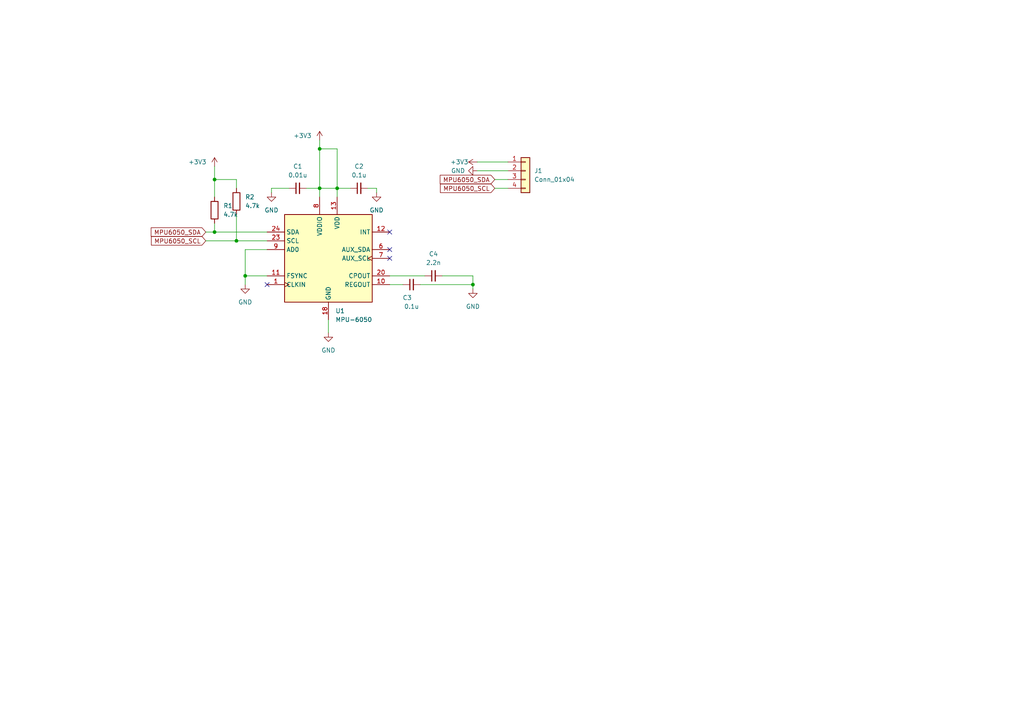
<source format=kicad_sch>
(kicad_sch (version 20211123) (generator eeschema)
  (paper "A4")
  (lib_symbols
    (symbol "Connector_Generic:Conn_01x04" (pin_names (offset 1.016) hide)
      (property "Reference" "J" (at 0 5.08 0))
      (property "Value" "Conn_01x04" (at 0 -7.62 0))
      (symbol "Conn_01x04_1_1"
        (rectangle (start -1.27 -4.953) (end 0 -5.207) (stroke (width 0.1524)))
        (rectangle (start -1.27 -2.413) (end 0 -2.667) (stroke (width 0.1524)))
        (rectangle (start -1.27 0.127) (end 0 -0.127) (stroke (width 0.1524)))
        (rectangle (start -1.27 2.667) (end 0 2.413) (stroke (width 0.1524)))
        (rectangle (start -1.27 3.81) (end 1.27 -6.35) (stroke (width 0.254)) (fill (type background)))
        (pin passive line (at -5.08 2.54 0) (length 3.81) (name "Pin_1") (number "1"))
        (pin passive line (at -5.08 0 0) (length 3.81) (name "Pin_2") (number "2"))
        (pin passive line (at -5.08 -2.54 0) (length 3.81) (name "Pin_3") (number "3"))
        (pin passive line (at -5.08 -5.08 0) (length 3.81) (name "Pin_4") (number "4"))
      )
    )
    (symbol "Device:C_Small" (pin_numbers hide) (pin_names (offset 0.254) hide)
      (property "Reference" "C" (at 0.254 1.778 0))
      (property "Value" "C_Small" (at 0.254 -2.032 0))
      (symbol "C_Small_0_1"
        (polyline (pts (xy -1.524 -0.508) (xy 1.524 -0.508)) (stroke (width 0.3302)))
        (polyline (pts (xy -1.524 0.508) (xy 1.524 0.508)) (stroke (width 0.3048)))
      )
      (symbol "C_Small_1_1"
        (pin passive line (at 0 2.54 270) (length 2.032) (name "~") (number "1"))
        (pin passive line (at 0 -2.54 90) (length 2.032) (name "~") (number "2"))
      )
    )
    (symbol "Device:R" (pin_numbers hide) (pin_names (offset 0))
      (property "Reference" "R" (at 2.032 0 90))
      (property "Value" "R" (at 0 0 90))
      (symbol "R_0_1"
        (rectangle (start -1.016 -2.54) (end 1.016 2.54) (stroke (width 0.254)))
      )
      (symbol "R_1_1"
        (pin passive line (at 0 3.81 270) (length 1.27) (name "~") (number "1"))
        (pin passive line (at 0 -3.81 90) (length 1.27) (name "~") (number "2"))
      )
    )
    (symbol "Sensor_Motion:MPU-6050"
      (property "Reference" "U" (at -11.43 13.97 0))
      (property "Value" "MPU-6050" (at 7.62 -13.97 0))
      (symbol "MPU-6050_0_1"
        (rectangle (start -12.7 12.7) (end 12.7 -12.7) (stroke (width 0.254)) (fill (type background)))
      )
      (symbol "MPU-6050_1_1"
        (pin input clock (at -17.78 -7.62 0) (length 5.08) (name "CLKIN") (number "1"))
        (pin passive line (at 17.78 -7.62 180) (length 5.08) (name "REGOUT") (number "10"))
        (pin input line (at -17.78 -5.08 0) (length 5.08) (name "FSYNC") (number "11"))
        (pin output line (at 17.78 7.62 180) (length 5.08) (name "INT") (number "12"))
        (pin power_in line (at 2.54 17.78 270) (length 5.08) (name "VDD") (number "13"))
        (pin power_in line (at 0 -17.78 90) (length 5.08) (name "GND") (number "18"))
        (pin passive line (at 17.78 -5.08 180) (length 5.08) (name "CPOUT") (number "20"))
        (pin input line (at -17.78 5.08 0) (length 5.08) (name "SCL") (number "23"))
        (pin bidirectional line (at -17.78 7.62 0) (length 5.08) (name "SDA") (number "24"))
        (pin bidirectional line (at 17.78 2.54 180) (length 5.08) (name "AUX_SDA") (number "6"))
        (pin output clock (at 17.78 0 180) (length 5.08) (name "AUX_SCL") (number "7"))
        (pin power_in line (at -2.54 17.78 270) (length 5.08) (name "VDDIO") (number "8"))
        (pin input line (at -17.78 2.54 0) (length 5.08) (name "AD0") (number "9"))
      )
    )
    (symbol "power:+3.3V" (power) (pin_names (offset 0))
      (property "Value" "+3.3V" (at 0 3.556 0))
      (symbol "+3.3V_0_1"
        (polyline (pts (xy -0.762 1.27) (xy 0 2.54)))
        (polyline (pts (xy 0 0) (xy 0 2.54)))
        (polyline (pts (xy 0 2.54) (xy 0.762 1.27)))
      )
      (symbol "+3.3V_1_1"
        (pin power_in line (at 0 0 90) (length 0) hide (name "+3V3") (number "1"))
      )
    )
    (symbol "power:GND" (power) (pin_names (offset 0))
      (property "Value" "GND" (at 0 -3.81 0))
      (symbol "GND_0_1"
        (polyline (pts (xy 0 0) (xy 0 -1.27) (xy 1.27 -1.27) (xy 0 -2.54) (xy -1.27 -1.27) (xy 0 -1.27)))
      )
      (symbol "GND_1_1"
        (pin power_in line (at 0 0 270) (length 0) hide (name "GND") (number "1"))
      )
    )
  )
  (junction (at 92.71 43.18))
  (junction (at 62.23 67.31))
  (junction (at 97.79 54.61))
  (junction (at 137.16 82.55))
  (junction (at 62.23 52.07))
  (junction (at 68.58 69.85))
  (junction (at 92.71 54.61))
  (junction (at 71.12 80.01))
  (no_connect (at 113.03 72.39))
  (no_connect (at 113.03 67.31))
  (no_connect (at 77.47 82.55))
  (no_connect (at 113.03 74.93))
  (wire (pts (xy 97.79 54.61) (xy 101.6 54.61)))
  (wire (pts (xy 109.22 55.88) (xy 109.22 54.61)))
  (wire (pts (xy 97.79 54.61) (xy 97.79 43.18)))
  (wire (pts (xy 113.03 82.55) (xy 116.84 82.55)))
  (wire (pts (xy 92.71 40.64) (xy 92.71 43.18)))
  (wire (pts (xy 77.47 72.39) (xy 71.12 72.39)))
  (wire (pts (xy 62.23 48.26) (xy 62.23 52.07)))
  (wire (pts (xy 62.23 67.31) (xy 77.47 67.31)))
  (wire (pts (xy 83.82 54.61) (xy 78.74 54.61)))
  (wire (pts (xy 121.92 82.55) (xy 137.16 82.55)))
  (wire (pts (xy 97.79 57.15) (xy 97.79 54.61)))
  (wire (pts (xy 143.51 52.07) (xy 147.32 52.07)))
  (wire (pts (xy 68.58 54.61) (xy 68.58 52.07)))
  (wire (pts (xy 68.58 62.23) (xy 68.58 69.85)))
  (wire (pts (xy 92.71 54.61) (xy 92.71 57.15)))
  (wire (pts (xy 97.79 54.61) (xy 92.71 54.61)))
  (wire (pts (xy 137.16 82.55) (xy 137.16 83.82)))
  (wire (pts (xy 109.22 54.61) (xy 106.68 54.61)))
  (wire (pts (xy 92.71 43.18) (xy 92.71 54.61)))
  (wire (pts (xy 71.12 72.39) (xy 71.12 80.01)))
  (wire (pts (xy 128.27 80.01) (xy 137.16 80.01)))
  (wire (pts (xy 138.43 49.53) (xy 147.32 49.53)))
  (wire (pts (xy 137.16 80.01) (xy 137.16 82.55)))
  (wire (pts (xy 68.58 52.07) (xy 62.23 52.07)))
  (wire (pts (xy 143.51 54.61) (xy 147.32 54.61)))
  (wire (pts (xy 78.74 54.61) (xy 78.74 55.88)))
  (wire (pts (xy 71.12 80.01) (xy 77.47 80.01)))
  (wire (pts (xy 68.58 69.85) (xy 77.47 69.85)))
  (wire (pts (xy 62.23 52.07) (xy 62.23 57.15)))
  (wire (pts (xy 62.23 64.77) (xy 62.23 67.31)))
  (wire (pts (xy 59.69 67.31) (xy 62.23 67.31)))
  (wire (pts (xy 71.12 80.01) (xy 71.12 82.55)))
  (wire (pts (xy 88.9 54.61) (xy 92.71 54.61)))
  (wire (pts (xy 95.25 92.71) (xy 95.25 96.52)))
  (wire (pts (xy 59.69 69.85) (xy 68.58 69.85)))
  (wire (pts (xy 97.79 43.18) (xy 92.71 43.18)))
  (wire (pts (xy 138.43 46.99) (xy 147.32 46.99)))
  (wire (pts (xy 113.03 80.01) (xy 123.19 80.01)))
  (global_label "MPU6050_SCL" (shape input) (at 59.69 69.85 180) (property "Intersheet References" "${INTERSHEET_REFS}" (effects hide)))
  (global_label "MPU6050_SCL" (shape input) (at 143.51 54.61 180) (property "Intersheet References" "${INTERSHEET_REFS}" (effects hide)))
  (global_label "MPU6050_SDA" (shape input) (at 143.51 52.07 180) (property "Intersheet References" "${INTERSHEET_REFS}" (effects hide)))
  (global_label "MPU6050_SDA" (shape input) (at 59.69 67.31 180) (property "Intersheet References" "${INTERSHEET_REFS}" (effects hide)))
  (symbol (lib_id "power:GND") (at 109.22 55.88 0) (unit 1)
    (property "Reference" "#PWR06" (effects hide))
    (property "Value" "GND" (at 109.22 60.96 0))
  )
  (symbol (lib_id "power:+3.3V") (at 92.71 40.64 0) (unit 1)
    (property "Reference" "#PWR04" (effects hide))
    (property "Value" "+3.3V" (at 85.09 39.37 0) (effects (justify left)))
  )
  (symbol (lib_id "power:+3.3V") (at 138.43 46.99 90) (unit 1)
    (property "Reference" "#PWR08" (effects hide))
    (property "Value" "+3.3V" (at 135.89 46.99 90) (effects (justify left)))
  )
  (symbol (lib_id "power:+3.3V") (at 62.23 48.26 0) (unit 1)
    (property "Reference" "#PWR01" (effects hide))
    (property "Value" "+3.3V" (at 54.61 46.99 0) (effects (justify left)))
  )
  (symbol (lib_id "power:GND") (at 78.74 55.88 0) (unit 1)
    (property "Reference" "#PWR03" (effects hide))
    (property "Value" "GND" (at 78.74 60.96 0))
  )
  (symbol (lib_id "Device:R") (at 68.58 58.42 0) (unit 1)
    (property "Reference" "R2" (at 71.12 57.1499 0) (effects (justify left)))
    (property "Value" "4.7k" (at 71.12 59.6899 0) (effects (justify left)))
    (property "Footprint" "Resistor_SMD:R_0603_1608Metric" (effects hide))
  )
  (symbol (lib_id "power:GND") (at 71.12 82.55 0) (unit 1)
    (property "Reference" "#PWR02" (effects hide))
    (property "Value" "GND" (at 71.12 87.63 0))
  )
  (symbol (lib_id "Device:C_Small") (at 104.14 54.61 90) (unit 1)
    (property "Reference" "C2" (at 104.1463 48.26 90))
    (property "Value" "0.1u" (at 104.1463 50.8 90))
    (property "Footprint" "Capacitor_SMD:C_0603_1608Metric" (effects hide))
  )
  (symbol (lib_id "Device:C_Small") (at 86.36 54.61 90) (unit 1)
    (property "Reference" "C1" (at 86.3663 48.26 90))
    (property "Value" "0.01u" (at 86.3663 50.8 90))
    (property "Footprint" "Capacitor_SMD:C_0603_1608Metric" (effects hide))
  )
  (symbol (lib_id "Sensor_Motion:MPU-6050") (at 95.25 74.93 0) (unit 1)
    (property "Reference" "U1" (at 97.2694 90.17 0) (effects (justify left)))
    (property "Value" "MPU-6050" (at 97.2694 92.71 0) (effects (justify left)))
    (property "Footprint" "Sensor_Motion:InvenSense_QFN-24_4x4mm_P0.5mm" (effects hide))
    (property "Datasheet" "https://store.invensense.com/datasheets/invensense/MPU-6050_DataSheet_V3%204.pdf" (effects hide))
  )
  (symbol (lib_id "power:GND") (at 138.43 49.53 270) (unit 1)
    (property "Reference" "#PWR09" (effects hide))
    (property "Value" "GND" (at 130.81 49.53 90) (effects (justify left)))
  )
  (symbol (lib_id "Device:C_Small") (at 125.73 80.01 90) (unit 1)
    (property "Reference" "C4" (at 125.7363 73.66 90))
    (property "Value" "2.2n" (at 125.7363 76.2 90))
    (property "Footprint" "Capacitor_SMD:C_0603_1608Metric" (effects hide))
  )
  (symbol (lib_id "Device:C_Small") (at 119.38 82.55 90) (unit 1)
    (property "Reference" "C3" (at 118.11 86.36 90))
    (property "Value" "0.1u" (at 119.38 88.9 90))
    (property "Footprint" "Capacitor_SMD:C_0603_1608Metric" (effects hide))
  )
  (symbol (lib_id "Device:R") (at 62.23 60.96 0) (unit 1)
    (property "Reference" "R1" (at 64.77 59.6899 0) (effects (justify left)))
    (property "Value" "4.7k" (at 64.77 62.2299 0) (effects (justify left)))
    (property "Footprint" "Resistor_SMD:R_0603_1608Metric" (effects hide))
  )
  (symbol (lib_id "power:GND") (at 95.25 96.52 0) (unit 1)
    (property "Reference" "#PWR05" (effects hide))
    (property "Value" "GND" (at 95.25 101.6 0))
  )
  (symbol (lib_id "power:GND") (at 137.16 83.82 0) (unit 1)
    (property "Reference" "#PWR07" (effects hide))
    (property "Value" "GND" (at 137.16 88.9 0))
  )
  (symbol (lib_id "Connector_Generic:Conn_01x04") (at 152.4 49.53 0) (unit 1)
    (property "Reference" "J1" (at 154.94 49.5299 0) (effects (justify left)))
    (property "Value" "Conn_01x04" (at 154.94 52.0699 0) (effects (justify left)))
    (property "Footprint" "Connector_PinHeader_2.54mm:PinHeader_1x04_P2.54mm_Vertical" (effects hide))
  )
)
</source>
